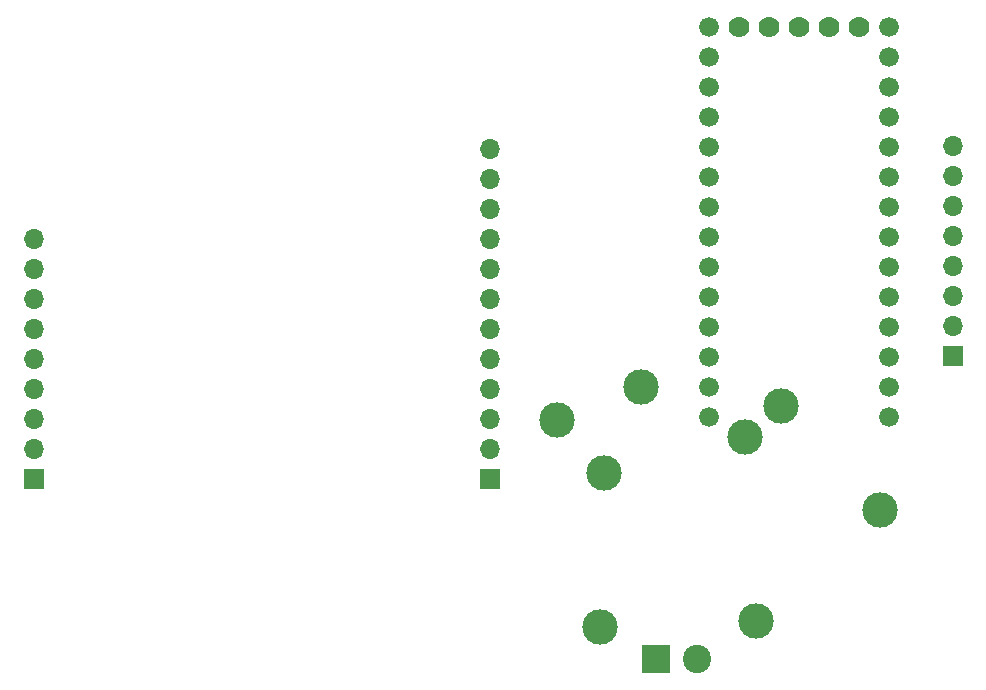
<source format=gbr>
G04 #@! TF.GenerationSoftware,KiCad,Pcbnew,5.1.4-e60b266~84~ubuntu18.04.1*
G04 #@! TF.CreationDate,2019-09-29T16:38:53-04:00*
G04 #@! TF.ProjectId,ib4,6962342e-6b69-4636-9164-5f7063625858,rev?*
G04 #@! TF.SameCoordinates,Original*
G04 #@! TF.FileFunction,Copper,L3,Inr*
G04 #@! TF.FilePolarity,Positive*
%FSLAX46Y46*%
G04 Gerber Fmt 4.6, Leading zero omitted, Abs format (unit mm)*
G04 Created by KiCad (PCBNEW 5.1.4-e60b266~84~ubuntu18.04.1) date 2019-09-29 16:38:53*
%MOMM*%
%LPD*%
G04 APERTURE LIST*
%ADD10C,1.676400*%
%ADD11C,1.778000*%
%ADD12R,1.700000X1.700000*%
%ADD13O,1.700000X1.700000*%
%ADD14R,2.400000X2.400000*%
%ADD15C,2.400000*%
%ADD16C,3.000000*%
G04 APERTURE END LIST*
D10*
X105994200Y-33591500D03*
X105994200Y-36131500D03*
X105994200Y-38671500D03*
X105994200Y-41211500D03*
X105994200Y-43751500D03*
X105994200Y-46291500D03*
X105994200Y-48831500D03*
X105994200Y-51371500D03*
X105994200Y-53911500D03*
X105994200Y-56451500D03*
X105994200Y-58991500D03*
X105994200Y-61531500D03*
X105994200Y-64071500D03*
X105994200Y-66611500D03*
X121234200Y-66611500D03*
X121234200Y-64071500D03*
X121234200Y-61531500D03*
X121234200Y-58991500D03*
X121234200Y-56451500D03*
X121234200Y-53911500D03*
X121234200Y-51371500D03*
X121234200Y-48831500D03*
X121234200Y-46291500D03*
X121234200Y-43751500D03*
X121234200Y-41211500D03*
X121234200Y-38671500D03*
X121234200Y-36131500D03*
X121234200Y-33591500D03*
D11*
X108534200Y-33591500D03*
X111074200Y-33591500D03*
X113614200Y-33591500D03*
X116154200Y-33591500D03*
X118694200Y-33591500D03*
D12*
X87477600Y-71831200D03*
D13*
X87477600Y-69291200D03*
X87477600Y-66751200D03*
X87477600Y-64211200D03*
X87477600Y-61671200D03*
X87477600Y-59131200D03*
X87477600Y-56591200D03*
X87477600Y-54051200D03*
X87477600Y-51511200D03*
X87477600Y-48971200D03*
X87477600Y-46431200D03*
X87477600Y-43891200D03*
D12*
X48793400Y-71882000D03*
D13*
X48793400Y-69342000D03*
X48793400Y-66802000D03*
X48793400Y-64262000D03*
X48793400Y-61722000D03*
X48793400Y-59182000D03*
X48793400Y-56642000D03*
X48793400Y-54102000D03*
X48793400Y-51562000D03*
D14*
X101498400Y-87134700D03*
D15*
X104998400Y-87134700D03*
D12*
X126650000Y-61440000D03*
D13*
X126650000Y-58900000D03*
X126650000Y-56360000D03*
X126650000Y-53820000D03*
X126650000Y-51280000D03*
X126650000Y-48740000D03*
X126650000Y-46200000D03*
X126650000Y-43660000D03*
D16*
X93091000Y-66903600D03*
X100253800Y-64096900D03*
X97104200Y-71361300D03*
X96761300Y-84404200D03*
X120500000Y-74450000D03*
X112100000Y-65700000D03*
X109931200Y-83921600D03*
X109000000Y-68300000D03*
M02*

</source>
